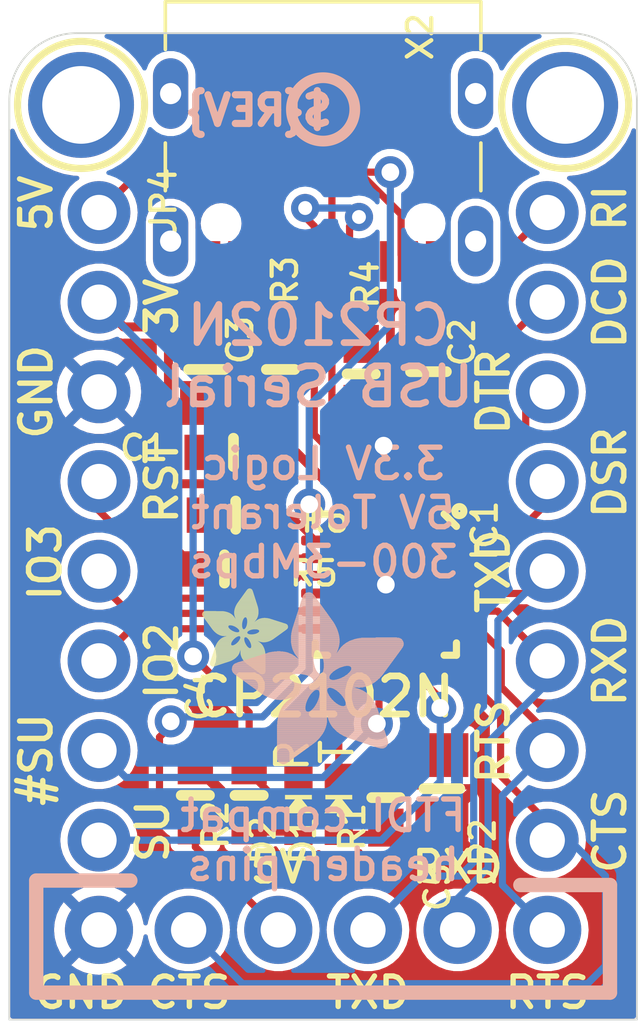
<source format=kicad_pcb>
(kicad_pcb (version 20221018) (generator pcbnew)
  (layers (0 "F.Cu" signal) (31 "B.Cu" signal) (34 "B.Paste" user) (35 "F.Paste" user) (36 "B.SilkS" user "B.Silkscreen") (37 "F.SilkS" user "F.Silkscreen") (38 "B.Mask" user) (39 "F.Mask" user) (44 "Edge.Cuts" user))
  (net 0 "")
  (net 1 "GND")
  (net 2 "VBUS")
  (net 3 "3.3V")
  (net 4 "N$1")
  (net 5 "N$5")
  (net 6 "N$6")
  (net 7 "N$7")
  (net 8 "RXD")
  (net 9 "TXD")
  (net 10 "CTS")
  (net 11 "RTS")
  (net 12 "GPIO2")
  (net 13 "GPIO3")
  (net 14 "RI")
  (net 15 "DCD")
  (net 16 "DTR")
  (net 17 "DSR")
  (net 18 "SUSP")
  (net 19 "#SUSP")
  (net 20 "RST")
  (net 21 "D+")
  (net 22 "D-")
  (net 23 "CC1")
  (net 24 "CC2")
  (net 25 "VBUS_DETECT")
  (net 26 "N$2")
  (footprint "working:USB_C_CUSB31-CFM2AX-01-X" (layer "F.Cu") (at 148.5011 93.9546 180)
    (fp_text reference "X2" (at -2.75 3.56 90) (layer "F.SilkS") (effects (font (size 0.692831 0.692831) (thickness 0.119969)) (justify right)))
    (fp_text value "")
    (pad "" np_thru_hole circle (at -2.89 -2.47 180) (size 0.65 0.65) (drill 0.65) (layers "*.Cu" "*.Mask"))
    (pad "" np_thru_hole circle (at 2.89 -2.47 180) (size 0.65 0.65) (drill 0.65) (layers "*.Cu" "*.Mask"))
    (pad "A1B12" smd rect (at -3.2 -3.545 180) (size 0.575 1.15) (layers "F.Cu" "F.Paste" "F.Mask") (net 1 "GND"))
    (pad "A4B9" smd rect (at -2.4 -3.545 180) (size 0.575 1.15) (layers "F.Cu" "F.Paste" "F.Mask") (net 2 "VBUS"))
    (pad "A5" smd rect (at -1.25 -3.545 180) (size 0.275 1.15) (layers "F.Cu" "F.Paste" "F.Mask") (net 23 "CC1"))
    (pad "A6" smd rect (at -0.25 -3.545 180) (size 0.275 1.15) (layers "F.Cu" "F.Paste" "F.Mask") (net 21 "D+"))
    (pad "A7" smd rect (at 0.25 -3.545 180) (size 0.275 1.15) (layers "F.Cu" "F.Paste" "F.Mask") (net 22 "D-"))
    (pad "A8" smd rect (at 1.25 -3.545 180) (size 0.275 1.15) (layers "F.Cu" "F.Paste" "F.Mask"))
    (pad "B1A12" smd rect (at 3.2 -3.545 180) (size 0.575 1.15) (layers "F.Cu" "F.Paste" "F.Mask") (net 1 "GND"))
    (pad "B4A9" smd rect (at 2.4 -3.545 180) (size 0.575 1.15) (layers "F.Cu" "F.Paste" "F.Mask") (net 2 "VBUS"))
    (pad "B5" smd rect (at 1.75 -3.545 180) (size 0.275 1.15) (layers "F.Cu" "F.Paste" "F.Mask") (net 24 "CC2"))
    (pad "B6" smd rect (at 0.75 -3.545 180) (size 0.275 1.15) (layers "F.Cu" "F.Paste" "F.Mask") (net 21 "D+"))
    (pad "B7" smd rect (at -0.75 -3.545 180) (size 0.275 1.15) (layers "F.Cu" "F.Paste" "F.Mask") (net 22 "D-"))
    (pad "B8" smd rect (at -1.75 -3.545 180) (size 0.275 1.15) (layers "F.Cu" "F.Paste" "F.Mask"))
    (pad "M1" thru_hole oval (at -4.32 -2.97 270) (size 2 1) (drill 0.6) (layers "*.Cu" "*.Mask"))
    (pad "M2" thru_hole oval (at 4.32 -2.97 270) (size 2 1) (drill 0.6) (layers "*.Cu" "*.Mask"))
    (pad "M3" thru_hole oval (at -4.32 1.21 270) (size 2 1) (drill 0.6) (layers "*.Cu" "*.Mask"))
    (pad "M4" thru_hole oval (at 4.32 1.21 270) (size 2 1) (drill 0.6) (layers "*.Cu" "*.Mask"))
  )
  (footprint "working:0603-NO" (layer "F.Cu") (at 146.0246 104.6861)
    (fp_text reference "R6" (at 1.778 0.127) (layer "F.SilkS") (effects (font (size 0.692831 0.692831) (thickness 0.119969)) (justify left)))
    (fp_text value "20K")
    (pad "1" smd rect (at -0.85 0) (size 1.075 1) (layers "F.Cu" "F.Paste" "F.Mask") (net 25 "VBUS_DETECT"))
    (pad "2" smd rect (at 0.85 0) (size 1.075 1) (layers "F.Cu" "F.Paste" "F.Mask") (net 2 "VBUS"))
  )
  (footprint "working:0603-NO" (layer "F.Cu") (at 145.7071 106.2101)
    (fp_text reference "R5" (at 1.778 0.127) (layer "F.SilkS") (effects (font (size 0.692831 0.692831) (thickness 0.119969)) (justify left)))
    (fp_text value "47K")
    (pad "1" smd rect (at -0.85 0) (size 1.075 1) (layers "F.Cu" "F.Paste" "F.Mask") (net 1 "GND"))
    (pad "2" smd rect (at 0.85 0) (size 1.075 1) (layers "F.Cu" "F.Paste" "F.Mask") (net 25 "VBUS_DETECT"))
  )
  (footprint "working:0603-NO" (layer "F.Cu") (at 146.4056 112.6236 90)
    (fp_text reference "R2" (at -1.5875 -0.9525 90) (layer "F.SilkS") (effects (font (size 0.692831 0.692831) (thickness 0.119969)) (justify left)))
    (fp_text value "20K")
    (pad "1" smd rect (at -0.85 0 90) (size 1.075 1) (layers "F.Cu" "F.Paste" "F.Mask") (net 5 "N$5"))
    (pad "2" smd rect (at 0.85 0 90) (size 1.075 1) (layers "F.Cu" "F.Paste" "F.Mask") (net 3 "3.3V"))
  )
  (footprint "working:CHIPLED_0603_NOOUTLINE" (layer "F.Cu") (at 147.8026 112.8776)
    (fp_text reference "D2" (at -1.016 1.778 90) (layer "F.SilkS") (effects (font (size 0.692831 0.692831) (thickness 0.119969)) (justify left)))
    (fp_text value "GREEN")
    (pad "A" smd rect (at 0 0.75) (size 0.8 0.8) (layers "F.Cu" "F.Paste" "F.Mask") (net 5 "N$5"))
    (pad "C" smd rect (at 0 -0.75) (size 0.8 0.8) (layers "F.Cu" "F.Paste" "F.Mask") (net 7 "N$7"))
  )
  (footprint "working:0805-NO" (layer "F.Cu") (at 151.4856 100.6221 -90)
    (fp_text reference "C2" (at -1.5875 -0.9525 90) (layer "F.SilkS") (effects (font (size 0.692831 0.692831) (thickness 0.119969)) (justify right)))
    (fp_text value "10uF")
    (pad "1" smd rect (at -0.95 0 270) (size 1.24 1.5) (layers "F.Cu" "F.Paste" "F.Mask") (net 2 "VBUS"))
    (pad "2" smd rect (at 0.95 0 270) (size 1.24 1.5) (layers "F.Cu" "F.Paste" "F.Mask") (net 1 "GND"))
  )
  (footprint "working:0603-NO" (layer "F.Cu") (at 149.5806 100.6856 90)
    (fp_text reference "R4" (at 1.778 0.127 90) (layer "F.SilkS") (effects (font (size 0.692831 0.692831) (thickness 0.119969)) (justify left)))
    (fp_text value "5.1K")
    (pad "1" smd rect (at -0.85 0 90) (size 1.075 1) (layers "F.Cu" "F.Paste" "F.Mask") (net 1 "GND"))
    (pad "2" smd rect (at 0.85 0 90) (size 1.075 1) (layers "F.Cu" "F.Paste" "F.Mask") (net 23 "CC1"))
  )
  (footprint "working:MOUNTINGHOLE_2.0_PLATED" (layer "F.Cu") (at 141.6431 93.0656)
    (fp_text reference "U$19" hide)
    (fp_text value "MOUNTINGHOLE2.0" hide)
    (pad "P$1" thru_hole circle (at 0 0) (size 3 3) (drill 2.2) (layers "*.Cu" "*.Mask"))
    (zone (net 0) (net_name "") (layer "F.Cu") (connect_pads (clearance 0)) (min_thickness 0.25)
      (keepout (tracks not_allowed) (vias not_allowed) (pads not_allowed) (copperpour not_allowed) (footprints allowed))
      (fill (thermal_gap 0.5) (thermal_bridge_width 0.5))
      (polygon (pts (xy 143.6591 93.0656) (xy 143.63948 92.785027) (xy 143.581004 92.509915) (xy 143.484808 92.245619) (xy 143.352765 91.997283) (xy 143.187446 91.76974) (xy 142.992067 91.56742) (xy 142.770433 91.39426) (xy 142.526856 91.253631) (xy 142.266078 91.14827) (xy 141.993175 91.080228) (xy 141.713457 91.050828) (xy 141.432371 91.060644) (xy 141.155385 91.109484) (xy 140.887893 91.196397) (xy 140.6351 91.319693) (xy 140.401926 91.47697) (xy 140.192911 91.665169) (xy 140.012122 91.880625) (xy 139.863078 92.119145) (xy 139.74868 92.376087) (xy 139.671154 92.64645) (xy 139.632011 92.924971) (xy 139.632011 93.206229) (xy 139.671154 93.48475) (xy 139.74868 93.755113) (xy 139.863078 94.012055) (xy 140.012122 94.250575) (xy 140.192911 94.466031) (xy 140.401926 94.65423) (xy 140.6351 94.811507) (xy 140.887893 94.934803) (xy 141.155385 95.021716) (xy 141.432371 95.070556) (xy 141.713457 95.080372) (xy 141.993175 95.050972) (xy 142.266078 94.98293) (xy 142.526856 94.877569) (xy 142.770433 94.73694) (xy 142.992067 94.56378) (xy 143.187446 94.36146) (xy 143.352765 94.133917) (xy 143.484808 93.885581) (xy 143.581004 93.621285) (xy 143.63948 93.346173)))
      (polygon (pts (xy 141.6271 93.0656) (xy 141.631786 93.076914) (xy 141.6431 93.0816) (xy 141.654414 93.076914) (xy 141.6591 93.0656) (xy 141.654414 93.054286) (xy 141.6431 93.0496) (xy 141.631786 93.054286)))
    )
    (zone (net 0) (net_name "") (layer "B.Cu") (connect_pads (clearance 0)) (min_thickness 0.25)
      (keepout (tracks not_allowed) (vias not_allowed) (pads not_allowed) (copperpour not_allowed) (footprints allowed))
      (fill (thermal_gap 0.5) (thermal_bridge_width 0.5))
      (polygon (pts (xy 143.6591 93.0656) (xy 143.63948 92.785027) (xy 143.581004 92.509915) (xy 143.484808 92.245619) (xy 143.352765 91.997283) (xy 143.187446 91.76974) (xy 142.992067 91.56742) (xy 142.770433 91.39426) (xy 142.526856 91.253631) (xy 142.266078 91.14827) (xy 141.993175 91.080228) (xy 141.713457 91.050828) (xy 141.432371 91.060644) (xy 141.155385 91.109484) (xy 140.887893 91.196397) (xy 140.6351 91.319693) (xy 140.401926 91.47697) (xy 140.192911 91.665169) (xy 140.012122 91.880625) (xy 139.863078 92.119145) (xy 139.74868 92.376087) (xy 139.671154 92.64645) (xy 139.632011 92.924971) (xy 139.632011 93.206229) (xy 139.671154 93.48475) (xy 139.74868 93.755113) (xy 139.863078 94.012055) (xy 140.012122 94.250575) (xy 140.192911 94.466031) (xy 140.401926 94.65423) (xy 140.6351 94.811507) (xy 140.887893 94.934803) (xy 141.155385 95.021716) (xy 141.432371 95.070556) (xy 141.713457 95.080372) (xy 141.993175 95.050972) (xy 142.266078 94.98293) (xy 142.526856 94.877569) (xy 142.770433 94.73694) (xy 142.992067 94.56378) (xy 143.187446 94.36146) (xy 143.352765 94.133917) (xy 143.484808 93.885581) (xy 143.581004 93.621285) (xy 143.63948 93.346173)))
      (polygon (pts (xy 141.6271 93.0656) (xy 141.631786 93.076914) (xy 141.6431 93.0816) (xy 141.654414 93.076914) (xy 141.6591 93.0656) (xy 141.654414 93.054286) (xy 141.6431 93.0496) (xy 141.631786 93.054286)))
    )
  )
  (footprint "working:1X06_ROUND_76" (layer "F.Cu") (at 148.5011 116.4336)
    (fp_text reference "JP1" hide)
    (fp_text value "FTDI")
    (pad "1" thru_hole circle (at -6.35 0 90) (size 1.9304 1.9304) (drill 1) (layers "*.Cu" "*.Mask") (net 1 "GND"))
    (pad "2" thru_hole circle (at -3.81 0 90) (size 1.9304 1.9304) (drill 1) (layers "*.Cu" "*.Mask") (net 10 "CTS"))
    (pad "3" thru_hole circle (at -1.27 0 90) (size 1.9304 1.9304) (drill 1) (layers "*.Cu" "*.Mask") (net 2 "VBUS"))
    (pad "4" thru_hole circle (at 1.27 0 90) (size 1.9304 1.9304) (drill 1) (layers "*.Cu" "*.Mask") (net 9 "TXD"))
    (pad "5" thru_hole circle (at 3.81 0 90) (size 1.9304 1.9304) (drill 1) (layers "*.Cu" "*.Mask") (net 8 "RXD"))
    (pad "6" thru_hole circle (at 6.35 0 90) (size 1.9304 1.9304) (drill 1) (layers "*.Cu" "*.Mask") (net 11 "RTS"))
  )
  (footprint "working:CHIPLED_0603_NOOUTLINE" (layer "F.Cu") (at 148.9456 112.8776)
    (fp_text reference "D1" (at -1.016 1.778 90) (layer "F.SilkS") (effects (font (size 0.692831 0.692831) (thickness 0.119969)) (justify left)))
    (fp_text value "RED")
    (pad "A" smd rect (at 0 0.75) (size 0.8 0.8) (layers "F.Cu" "F.Paste" "F.Mask") (net 4 "N$1"))
    (pad "C" smd rect (at 0 -0.75) (size 0.8 0.8) (layers "F.Cu" "F.Paste" "F.Mask") (net 6 "N$6"))
  )
  (footprint "working:0603-NO" (layer "F.Cu") (at 150.2791 112.6871 90)
    (fp_text reference "R1" (at -1.5875 -0.9525 90) (layer "F.SilkS") (effects (font (size 0.692831 0.692831) (thickness 0.119969)) (justify left)))
    (fp_text value "20K")
    (pad "1" smd rect (at -0.85 0 90) (size 1.075 1) (layers "F.Cu" "F.Paste" "F.Mask") (net 4 "N$1"))
    (pad "2" smd rect (at 0.85 0 90) (size 1.075 1) (layers "F.Cu" "F.Paste" "F.Mask") (net 3 "3.3V"))
  )
  (footprint "working:0603-NO" (layer "F.Cu") (at 145.9611 102.9081 180)
    (fp_text reference "C1" (at 1.778 0.127) (layer "F.SilkS") (effects (font (size 0.692831 0.692831) (thickness 0.119969)) (justify right)))
    (fp_text value "0.1uF")
    (pad "1" smd rect (at -0.85 0 180) (size 1.075 1) (layers "F.Cu" "F.Paste" "F.Mask") (net 3 "3.3V"))
    (pad "2" smd rect (at 0.85 0 180) (size 1.075 1) (layers "F.Cu" "F.Paste" "F.Mask") (net 1 "GND"))
  )
  (footprint "working:QFN24_4MM_SMSC" (layer "F.Cu") (at 150.2791 106.6546 -90)
    (fp_text reference "IC1" (at -2.45 -2.8 90) (layer "F.SilkS") (effects (font (size 0.692831 0.692831) (thickness 0.119969)) (justify right)))
    (fp_text value "CP2102N-24")
    (pad "1" smd roundrect (at -2 -1.25 90) (size 0.8 0.28) (layers "F.Cu" "F.Paste" "F.Mask") (net 14 "RI"))
    (pad "2" smd roundrect (at -2 -0.75 90) (size 0.8 0.28) (layers "F.Cu" "F.Paste" "F.Mask") (net 1 "GND"))
    (pad "3" smd roundrect (at -2 -0.25 90) (size 0.8 0.28) (layers "F.Cu" "F.Paste" "F.Mask") (net 21 "D+"))
    (pad "4" smd roundrect (at -2 0.25 90) (size 0.8 0.28) (layers "F.Cu" "F.Paste" "F.Mask") (net 22 "D-"))
    (pad "5" smd roundrect (at -2 0.75 90) (size 0.8 0.28) (layers "F.Cu" "F.Paste" "F.Mask") (net 3 "3.3V"))
    (pad "6" smd roundrect (at -2 1.25 90) (size 0.8 0.28) (layers "F.Cu" "F.Paste" "F.Mask") (net 3 "3.3V"))
    (pad "7" smd roundrect (at -1.25 2) (size 0.8 0.28) (layers "F.Cu" "F.Paste" "F.Mask") (net 2 "VBUS"))
    (pad "8" smd roundrect (at -0.75 2) (size 0.8 0.28) (layers "F.Cu" "F.Paste" "F.Mask") (net 25 "VBUS_DETECT"))
    (pad "9" smd roundrect (at -0.25 2) (size 0.8 0.28) (layers "F.Cu" "F.Paste" "F.Mask") (net 20 "RST"))
    (pad "10" smd roundrect (at 0.25 2) (size 0.8 0.28) (layers "F.Cu" "F.Paste" "F.Mask"))
    (pad "11" smd roundrect (at 0.75 2) (size 0.8 0.28) (layers "F.Cu" "F.Paste" "F.Mask") (net 13 "GPIO3"))
    (pad "12" smd roundrect (at 1.25 2) (size 0.8 0.28) (layers "F.Cu" "F.Paste" "F.Mask") (net 12 "GPIO2"))
    (pad "13" smd roundrect (at 2 1.25 270) (size 0.8 0.28) (layers "F.Cu" "F.Paste" "F.Mask") (net 7 "N$7"))
    (pad "14" smd roundrect (at 2 0.75 270) (size 0.8 0.28) (layers "F.Cu" "F.Paste" "F.Mask") (net 6 "N$6"))
    (pad "15" smd roundrect (at 2 0.25 270) (size 0.8 0.28) (layers "F.Cu" "F.Paste" "F.Mask") (net 19 "#SUSP"))
    (pad "16" smd roundrect (at 2 -0.25 270) (size 0.8 0.28) (layers "F.Cu" "F.Paste" "F.Mask") (net 26 "N$2"))
    (pad "17" smd roundrect (at 2 -0.75 270) (size 0.8 0.28) (layers "F.Cu" "F.Paste" "F.Mask") (net 18 "SUSP"))
    (pad "18" smd roundrect (at 2 -1.25 270) (size 0.8 0.28) (layers "F.Cu" "F.Paste" "F.Mask") (net 10 "CTS"))
    (pad "19" smd roundrect (at 1.25 -2 180) (size 0.8 0.28) (layers "F.Cu" "F.Paste" "F.Mask") (net 11 "RTS"))
    (pad "20" smd roundrect (at 0.75 -2 180) (size 0.8 0.28) (layers "F.Cu" "F.Paste" "F.Mask") (net 8 "RXD"))
    (pad "21" smd roundrect (at 0.25 -2 180) (size 0.8 0.28) (layers "F.Cu" "F.Paste" "F.Mask") (net 9 "TXD"))
    (pad "22" smd roundrect (at -0.25 -2 180) (size 0.8 0.28) (layers "F.Cu" "F.Paste" "F.Mask") (net 17 "DSR"))
    (pad "23" smd roundrect (at -0.75 -2 180) (size 0.8 0.28) (layers "F.Cu" "F.Paste" "F.Mask") (net 16 "DTR"))
    (pad "24" smd roundrect (at -1.25 -2 180) (size 0.8 0.28) (layers "F.Cu" "F.Paste" "F.Mask") (net 15 "DCD"))
    (pad "THERM" smd rect (at 0 0 270) (size 2.5 2.5) (layers "F.Cu" "F.Mask") (net 1 "GND"))
  )
  (footprint "working:FIDUCIAL_1MM" (layer "F.Cu") (at 151.6126 103.2256)
    (fp_text reference "FID2" hide)
    (fp_text value "FIDUCIAL_1MM" hide)
    (pad "1" smd roundrect (at 0 0) (size 1 1) (layers "F.Cu" "F.Mask") (roundrect_rratio 0.5))
  )
  (footprint "working:0603-NO" (layer "F.Cu") (at 144.8816 112.6236 90)
    (fp_text reference "C4" (at 2.032 0.127 90) (layer "F.SilkS") (effects (font (size 0.692831 0.692831) (thickness 0.119969)) (justify left)))
    (fp_text value "0.1uF")
    (pad "1" smd rect (at -0.85 0 90) (size 1.075 1) (layers "F.Cu" "F.Paste" "F.Mask") (net 2 "VBUS"))
    (pad "2" smd rect (at 0.85 0 90) (size 1.075 1) (layers "F.Cu" "F.Paste" "F.Mask") (net 1 "GND"))
  )
  (footprint "working:ADAFRUIT_2.5MM" (layer "F.Cu") (at 145.0721 109.1946)
    (fp_text reference "U$8" hide)
    (fp_text value "" hide)
  )
  (footprint "working:MOUNTINGHOLE_2.0_PLATED" (layer "F.Cu") (at 155.3591 93.0656)
    (fp_text reference "U$18" hide)
    (fp_text value "MOUNTINGHOLE2.0" hide)
    (pad "P$1" thru_hole circle (at 0 0) (size 3 3) (drill 2.2) (layers "*.Cu" "*.Mask"))
    (zone (net 0) (net_name "") (layer "F.Cu") (connect_pads (clearance 0)) (min_thickness 0.25)
      (keepout (tracks not_allowed) (vias not_allowed) (pads not_allowed) (copperpour not_allowed) (footprints allowed))
      (fill (thermal_gap 0.5) (thermal_bridge_width 0.5))
      (polygon (pts (xy 157.3751 93.0656) (xy 157.35548 92.785027) (xy 157.297004 92.509915) (xy 157.200808 92.245619) (xy 157.068765 91.997283) (xy 156.903446 91.76974) (xy 156.708067 91.56742) (xy 156.486433 91.39426) (xy 156.242856 91.253631) (xy 155.982078 91.14827) (xy 155.709175 91.080228) (xy 155.429457 91.050828) (xy 155.148371 91.060644) (xy 154.871385 91.109484) (xy 154.603893 91.196397) (xy 154.3511 91.319693) (xy 154.117926 91.47697) (xy 153.908911 91.665169) (xy 153.728122 91.880625) (xy 153.579078 92.119145) (xy 153.46468 92.376087) (xy 153.387154 92.64645) (xy 153.348011 92.924971) (xy 153.348011 93.206229) (xy 153.387154 93.48475) (xy 153.46468 93.755113) (xy 153.579078 94.012055) (xy 153.728122 94.250575) (xy 153.908911 94.466031) (xy 154.117926 94.65423) (xy 154.3511 94.811507) (xy 154.603893 94.934803) (xy 154.871385 95.021716) (xy 155.148371 95.070556) (xy 155.429457 95.080372) (xy 155.709175 95.050972) (xy 155.982078 94.98293) (xy 156.242856 94.877569) (xy 156.486433 94.73694) (xy 156.708067 94.56378) (xy 156.903446 94.36146) (xy 157.068765 94.133917) (xy 157.200808 93.885581) (xy 157.297004 93.621285) (xy 157.35548 93.346173)))
      (polygon (pts (xy 155.3431 93.0656) (xy 155.347786 93.076914) (xy 155.3591 93.0816) (xy 155.370414 93.076914) (xy 155.3751 93.0656) (xy 155.370414 93.054286) (xy 155.3591 93.0496) (xy 155.347786 93.054286)))
    )
    (zone (net 0) (net_name "") (layer "B.Cu") (connect_pads (clearance 0)) (min_thickness 0.25)
      (keepout (tracks not_allowed) (vias not_allowed) (pads not_allowed) (copperpour not_allowed) (footprints allowed))
      (fill (thermal_gap 0.5) (thermal_bridge_width 0.5))
      (polygon (pts (xy 157.3751 93.0656) (xy 157.35548 92.785027) (xy 157.297004 92.509915) (xy 157.200808 92.245619) (xy 157.068765 91.997283) (xy 156.903446 91.76974) (xy 156.708067 91.56742) (xy 156.486433 91.39426) (xy 156.242856 91.253631) (xy 155.982078 91.14827) (xy 155.709175 91.080228) (xy 155.429457 91.050828) (xy 155.148371 91.060644) (xy 154.871385 91.109484) (xy 154.603893 91.196397) (xy 154.3511 91.319693) (xy 154.117926 91.47697) (xy 153.908911 91.665169) (xy 153.728122 91.880625) (xy 153.579078 92.119145) (xy 153.46468 92.376087) (xy 153.387154 92.64645) (xy 153.348011 92.924971) (xy 153.348011 93.206229) (xy 153.387154 93.48475) (xy 153.46468 93.755113) (xy 153.579078 94.012055) (xy 153.728122 94.250575) (xy 153.908911 94.466031) (xy 154.117926 94.65423) (xy 154.3511 94.811507) (xy 154.603893 94.934803) (xy 154.871385 95.021716) (xy 155.148371 95.070556) (xy 155.429457 95.080372) (xy 155.709175 95.050972) (xy 155.982078 94.98293) (xy 156.242856 94.877569) (xy 156.486433 94.73694) (xy 156.708067 94.56378) (xy 156.903446 94.36146) (xy 157.068765 94.133917) (xy 157.200808 93.885581) (xy 157.297004 93.621285) (xy 157.35548 93.346173)))
      (polygon (pts (xy 155.3431 93.0656) (xy 155.347786 93.076914) (xy 155.3591 93.0816) (xy 155.370414 93.076914) (xy 155.3751 93.0656) (xy 155.370414 93.054286) (xy 155.3591 93.0496) (xy 155.347786 93.054286)))
    )
  )
  (footprint "working:1X08_ROUND_70" (layer "F.Cu") (at 142.1511 105.0036 -90)
    (fp_text reference "JP4" (at -10.2362 -1.8288 90) (layer "F.SilkS") (effects (font (size 0.692831 0.692831) (thickness 0.119969)) (justify right)))
    (fp_text value "Control")
    (pad "1" thru_hole circle (at -8.89 0) (size 1.778 1.778) (drill 1) (layers "*.Cu" "*.Mask") (net 2 "VBUS"))
    (pad "2" thru_hole circle (at -6.35 0) (size 1.778 1.778) (drill 1) (layers "*.Cu" "*.Mask") (net 3 "3.3V"))
    (pad "3" thru_hole circle (at -3.81 0) (size 1.778 1.778) (drill 1) (layers "*.Cu" "*.Mask") (net 1 "GND"))
    (pad "4" thru_hole circle (at -1.27 0) (size 1.778 1.778) (drill 1) (layers "*.Cu" "*.Mask") (net 20 "RST"))
    (pad "5" thru_hole circle (at 1.27 0) (size 1.778 1.778) (drill 1) (layers "*.Cu" "*.Mask") (net 13 "GPIO3"))
    (pad "6" thru_hole circle (at 3.81 0) (size 1.778 1.778) (drill 1) (layers "*.Cu" "*.Mask") (net 12 "GPIO2"))
    (pad "7" thru_hole circle (at 6.35 0) (size 1.778 1.778) (drill 1) (layers "*.Cu" "*.Mask") (net 19 "#SUSP"))
    (pad "8" thru_hole circle (at 8.89 0) (size 1.778 1.778) (drill 1) (layers "*.Cu" "*.Mask") (net 18 "SUSP"))
  )
  (footprint "working:0805-NO" (layer "F.Cu") (at 151.8666 112.4331 -90)
    (fp_text reference "C5" (at 2.032 0.127 90) (layer "F.SilkS") (effects (font (size 0.692831 0.692831) (thickness 0.119969)) (justify right)))
    (fp_text value "10uF")
    (pad "1" smd rect (at -0.95 0 270) (size 1.24 1.5) (layers "F.Cu" "F.Paste" "F.Mask") (net 26 "N$2"))
    (pad "2" smd rect (at 0.95 0 270) (size 1.24 1.5) (layers "F.Cu" "F.Paste" "F.Mask") (net 1 "GND"))
  )
  (footprint "working:0603-NO" (layer "F.Cu") (at 147.2946 100.5586 90)
    (fp_text reference "R3" (at 1.778 0.127 90) (layer "F.SilkS") (effects (font (size 0.692831 0.692831) (thickness 0.119969)) (justify left)))
    (fp_text value "5.1K")
    (pad "1" smd rect (at -0.85 0 90) (size 1.075 1) (layers "F.Cu" "F.Paste" "F.Mask") (net 1 "GND"))
    (pad "2" smd rect (at 0.85 0 90) (size 1.075 1) (layers "F.Cu" "F.Paste" "F.Mask") (net 24 "CC2"))
  )
  (footprint "working:1X08_ROUND_70" (layer "F.Cu") (at 154.8511 105.0036 90)
    (fp_text reference "JP2" (at -10.2362 -1.8288 90) (layer "F.SilkS") (effects (font (size 0.692831 0.692831) (thickness 0.119969)) (justify left)))
    (fp_text value "Modem")
    (pad "1" thru_hole circle (at -8.89 0 180) (size 1.778 1.778) (drill 1) (layers "*.Cu" "*.Mask") (net 10 "CTS"))
    (pad "2" thru_hole circle (at -6.35 0 180) (size 1.778 1.778) (drill 1) (layers "*.Cu" "*.Mask") (net 11 "RTS"))
    (pad "3" thru_hole circle (at -3.81 0 180) (size 1.778 1.778) (drill 1) (layers "*.Cu" "*.Mask") (net 8 "RXD"))
    (pad "4" thru_hole circle (at -1.27 0 180) (size 1.778 1.778) (drill 1) (layers "*.Cu" "*.Mask") (net 9 "TXD"))
    (pad "5" thru_hole circle (at 1.27 0 180) (size 1.778 1.778) (drill 1) (layers "*.Cu" "*.Mask") (net 17 "DSR"))
    (pad "6" thru_hole circle (at 3.81 0 180) (size 1.778 1.778) (drill 1) (layers "*.Cu" "*.Mask") (net 16 "DTR"))
    (pad "7" thru_hole circle (at 6.35 0 180) (size 1.778 1.778) (drill 1) (layers "*.Cu" "*.Mask") (net 15 "DCD"))
    (pad "8" thru_hole circle (at 8.89 0 180) (size 1.778 1.778) (drill 1) (layers "*.Cu" "*.Mask") (net 14 "RI"))
  )
  (footprint "working:FIDUCIAL_1MM" (layer "F.Cu") (at 140.5001 115.0366)
    (fp_text reference "FID1" hide)
    (fp_text value "FIDUCIAL_1MM" hide)
    (pad "1" smd roundrect (at 0 0) (size 1 1) (layers "F.Cu" "F.Mask") (roundrect_rratio 0.5))
  )
  (footprint "working:0805-NO" (layer "F.Cu") (at 145.1991 100.5586 -90)
    (fp_text reference "C3" (at -1.5875 -0.9525 90) (layer "F.SilkS") (effects (font (size 0.692831 0.692831) (thickness 0.119969)) (justify right)))
    (fp_text value "10uF")
    (pad "1" smd rect (at -0.95 0 270) (size 1.24 1.5) (layers "F.Cu" "F.Paste" "F.Mask") (net 3 "3.3V"))
    (pad "2" smd rect (at 0.95 0 270) (size 1.24 1.5) (layers "F.Cu" "F.Paste" "F.Mask") (net 1 "GND"))
  )
  (footprint "working:PCBFEAT-REV-040" (layer "B.Cu") (at 148.5011 93.1926 180)
    (fp_text reference "U$17" hide)
    (fp_text value "" hide)
    (fp_text user "${REV}" (at -0.3556 -0.508) (layer "B.SilkS") (effects (font (size 0.8128 0.8128) (thickness 0.2032)) (justify left bottom mirror)))
  )
  (footprint "working:ADAFRUIT_5MM" (layer "B.Cu") (at 150.7871 111.7346 180)
    (fp_text reference "U$22" hide)
    (fp_text value "" hide)
  )
  (gr_line (start 143.0401 115.0366) (end 140.3731 115.0366) (stroke (width 0.4064)) (layer "B.SilkS"))
  (gr_line (start 140.3731 115.0366) (end 140.3731 118.2116) (stroke (width 0.4064)) (layer "B.SilkS"))
  (gr_line (start 140.3731 118.2116) (end 156.6291 118.2116) (stroke (width 0.4064)) (layer "B.SilkS"))
  (gr_line (start 156.6291 118.2116) (end 156.6291 115.1636) (stroke (width 0.4064)) (layer "B.SilkS"))
  (gr_line (start 156.6291 115.1636) (end 154.0891 115.1636) (stroke (width 0.4064)) (layer "B.SilkS"))
  (gr_line (start 157.3911 118.9736) (end 139.6111 118.9736) (stroke (width 0.05)) (layer "Edge.Cuts"))
  (gr_line (start 139.6111 118.9736) (end 139.6111 92.9386) (stroke (width 0.05)) (layer "Edge.Cuts"))
  (gr_arc (start 155.4861 91.0336) (mid 156.833138 91.591562) (end 157.3911 92.9386) (stroke (width 0.05)) (layer "Edge.Cuts"))
  (gr_line (start 141.5161 91.0336) (end 155.4861 91.0336) (stroke (width 0.05)) (layer "Edge.Cuts"))
  (gr_arc (start 139.6111 92.9386) (mid 140.169062 91.591562) (end 141.5161 91.0336) (stroke (width 0.05)) (layer "Edge.Cuts"))
  (gr_line (start 157.3911 92.9386) (end 157.3911 118.9736) (stroke (width 0.05)) (layer "Edge.Cuts"))
  (gr_text "CP2102N\nUSB Serial" (at 148.3741 100.1776) (layer "B.SilkS") (effects (font (size 1.0795 1.0795) (thickness 0.1905)) (justify mirror)))
  (gr_text "3.3V Logic\n5V Tolerant\n300-3Mbps" (at 148.5011 104.6226) (layer "B.SilkS") (effects (font (size 0.8636 0.8636) (thickness 0.1524)) (justify mirror)))
  (gr_text "FTDI compat\nheader pins" (at 148.5011 113.8936) (layer "B.SilkS") (effects (font (size 0.8636 0.8636) (thickness 0.1524)) (justify mirror)))
  (gr_text "DCD" (at 156.6291 98.6536 90) (layer "F.SilkS") (effects (font (size 0.8636 0.8636) (thickness 0.1524))))
  (gr_text "RXD" (at 152.3111 114.6556) (layer "F.SilkS") (effects (font (size 0.8636 0.8636) (thickness 0.1524))))
  (gr_text "RTS" (at 154.8511 118.2116) (layer "F.SilkS") (effects (font (size 0.8636 0.8636) (thickness 0.1524))))
  (gr_text "TXD" (at 149.7711 118.2116) (layer "F.SilkS") (effects (font (size 0.8636 0.8636) (thickness 0.1524))))
  (gr_text "5V" (at 140.3731 95.8596 90) (layer "F.SilkS") (effects (font (size 0.8636 0.8636) (thickness 0.1524))))
  (gr_text "IO3" (at 140.6271 106.0196 90) (layer "F.SilkS") (effects (font (size 0.8636 0.8636) (thickness 0.1524))))
  (gr_text "SU" (at 143.6751 113.6396 90) (layer "F.SilkS") (effects (font (size 0.8636 0.8636) (thickness 0.1524))))
  (gr_text "GND" (at 140.3731 101.1936 90) (layer "F.SilkS") (effects (font (size 0.8636 0.8636) (thickness 0.1524))))
  (gr_text "TXD" (at 153.3271 106.2736 90) (layer "F.SilkS") (effects (font (size 0.8636 0.8636) (thickness 0.1524))))
  (gr_text "CTS" (at 156.6291 113.6396 90) (layer "F.SilkS") (effects (font (size 0.8636 0.8636) (thickness 0.1524))))
  (gr_text "RTS" (at 153.3271 111.0996 90) (layer "F.SilkS") (effects (font (size 0.8636 0.8636) (thickness 0.1524))))
  (gr_text "GND" (at 141.6431 118.2116) (layer "F.SilkS") (effects (font (size 0.8636 0.8636) (thickness 0.1524))))
  (gr_text "RI" (at 156.6291 95.9866 90) (layer "F.SilkS") (effects (font (size 0.8636 0.8636) (thickness 0.1524))))
  (gr_text "DSR" (at 156.6291 103.4796 90) (layer "F.SilkS") (effects (font (size 0.8636 0.8636) (thickness 0.1524))))
  (gr_text "T" (at 148.3741 110.9726 90) (layer "F.SilkS") (effects (font (size 0.89408 0.89408) (thickness 0.12192)) (justify right top)))
  (gr_text "IO2" (at 143.9291 108.8136 90) (layer "F.SilkS") (effects (font (size 0.8636 0.8636) (thickness 0.1524))))
  (gr_text "CTS" (at 144.6911 118.2116) (layer "F.SilkS") (effects (font (size 0.8636 0.8636) (thickness 0.1524))))
  (gr_text "5V" (at 147.2311 114.6556) (layer "F.SilkS") (effects (font (size 0.8636 0.8636) (thickness 0.1524))))
  (gr_text "3V" (at 143.9291 98.7806 90) (layer "F.SilkS") (effects (font (size 0.8636 0.8636) (thickness 0.1524))))
  (gr_text "R" (at 147.1041 110.9726 90) (layer "F.SilkS") (effects (font (size 0.89408 0.89408) (thickness 0.12192)) (justify right top)))
  (gr_text "#SU" (at 140.3731 111.6076 90) (layer "F.SilkS") (effects (font (size 0.8636 0.8636) (thickness 0.1524))))
  (gr_text "RXD" (at 156.6291 108.8136 90) (layer "F.SilkS") (effects (font (size 0.8636 0.8636) (thickness 0.1524))))
  (gr_text "CP2102N" (at 148.5011 109.8296) (layer "F.SilkS") (effects (font (size 1.0795 1.0795) (thickness 0.1905))))
  (gr_text "DTR" (at 153.3271 101.1936 90) (layer "F.SilkS") (effects (font (size 0.8636 0.8636) (thickness 0.1524))))
  (gr_text "RST" (at 143.9291 103.7336 90) (layer "F.SilkS") (effects (font (size 0.8636 0.8636) (thickness 0.1524))))
  (segment (start 151.7011 97.4996) (end 151.7011 97.7896) (width 0.3048) (layer "F.Cu") (net 1))
  (segment (start 152.3397 101.5721) (end 151.4856 101.5721) (width 0.3048) (layer "F.Cu") (net 1))
  (segment (start 151.7011 97.7896) (end 152.6547 98.7432) (width 0.3048) (layer "F.Cu") (net 1))
  (segment (start 151.0291 104.6546) (end 151.0291 105.9046) (width 0.254) (layer "F.Cu") (net 1))
  (segment (start 152.6547 98.7432) (end 152.6547 101.2571) (width 0.3048) (layer "F.Cu") (net 1))
  (segment (start 152.6547 101.2571) (end 152.3397 101.5721) (width 0.3048) (layer "F.Cu") (net 1))
  (segment (start 145.3011 98.4044) (end 145.4634 98.4044) (width 0.254) (layer "F.Cu") (net 1))
  (segment (start 151.0291 105.9046) (end 150.2791 106.6546) (width 0.254) (layer "F.Cu") (net 1))
  (segment (start 145.3011 97.4996) (end 145.3011 98.4044) (width 0.3048) (layer "F.Cu") (net 1))
  (via (at 150.2791 106.6546) (size 0.9064) (drill 0.5) (layers "F.Cu" "B.Cu") (net 1))
  (via (at 150.2156 102.7176) (size 0.9064) (drill 0.5) (layers "F.Cu" "B.Cu") (net 1))
  (segment (start 143.8656 110.9726) (end 143.8656 113.0681) (width 0.2032) (layer "F.Cu") (net 2))
  (segment (start 150.9011 98.3866) (end 151.4856 98.9711) (width 0.2032) (layer "F.Cu") (net 2))
  (segment (start 151.4856 98.9711) (end 151.4856 99.6721) (width 0.2032) (layer "F.Cu") (net 2))
  (segment (start 150.9011 97.4996) (end 150.9011 98.3866) (width 0.2032) (layer "F.Cu") (net 2))
  (segment (start 144.1831 110.6551) (end 143.8656 110.9726) (width 0.2032) (layer "F.Cu") (net 2))
  (segment (start 147.6816 104.8071) (end 146.9956 104.8071) (width 0.2032) (layer "F.Cu") (net 2))
  (segment (start 146.1011 96.897119) (end 146.2917 96.706519) (width 0.2032) (layer "F.Cu") (net 2))
  (segment (start 146.1011 97.4996) (end 146.1011 96.897119) (width 0.2032) (layer "F.Cu") (net 2))
  (segment (start 144.8816 113.4736) (end 144.2711 113.4736) (width 0.2032) (layer "F.Cu") (net 2))
  (segment (start 144.2711 113.4736) (end 143.8656 113.0681) (width 0.2032) (layer "F.Cu") (net 2))
  (segment (start 147.70735 104.78135) (end 147.6816 104.8071) (width 0.2032) (layer "F.Cu") (net 2))
  (segment (start 150.7105 96.164) (end 150.7105 97.309) (width 0.2032) (layer "F.Cu") (net 2))
  (segment (start 148.108387 104.380313) (end 147.70735 104.78135) (width 0.2032) (layer "F.Cu") (net 2))
  (segment (start 145.1991 94.7166) (end 149.2631 94.7166) (width 0.2032) (layer "F.Cu") (net 2))
  (segment (start 146.9956 104.8071) (end 146.8746 104.6861) (width 0.2032) (layer "F.Cu") (net 2))
  (segment (start 147.70735 104.83285) (end 147.70735 104.78135) (width 0.2032) (layer "F.Cu") (net 2))
  (segment (start 149.5171 94.9706) (end 149.2631 94.7166) (width 0.2032) (layer "F.Cu") (net 2))
  (segment (start 146.2917 95.8092) (end 145.1991 94.7166) (width 0.2032) (layer "F.Cu") (net 2))
  (segment (start 143.5481 94.7166) (end 142.1511 96.1136) (width 0.2032) (layer "F.Cu") (net 2))
  (segment (start 150.4061 94.9706) (end 149.5171 94.9706) (width 0.2032) (layer "F.Cu") (net 2))
  (segment (start 144.8816 114.0841) (end 144.8816 113.4736) (width 0.2032) (layer "F.Cu") (net 2))
  (segment (start 147.2311 116.4336) (end 144.8816 114.0841) (width 0.2032) (layer "F.Cu") (net 2))
  (segment (start 145.1991 94.7166) (end 143.5481 94.7166) (width 0.2032) (layer "F.Cu") (net 2))
  (segment (start 150.7105 97.309) (end 150.9011 97.4996) (width 0.2032) (layer "F.Cu") (net 2))
  (segment (start 144.1831 110.5281) (end 144.1831 110.6551) (width 0.2032) (layer "F.Cu") (net 2))
  (segment (start 149.5171 94.9706) (end 150.7105 96.164) (width 0.2032) (layer "F.Cu") (net 2))
  (segment (start 148.2791 105.4046) (end 147.70735 104.83285) (width 0.2032) (layer "F.Cu") (net 2))
  (segment (start 146.2917 96.706519) (end 146.2917 95.8092) (width 0.2032) (layer "F.Cu") (net 2))
  (via (at 148.108387 104.380313) (size 0.9064) (drill 0.5) (layers "F.Cu" "B.Cu") (net 2))
  (via (at 144.1831 110.5281) (size 0.9064) (drill 0.5) (layers "F.Cu" "B.Cu") (net 2))
  (via (at 150.4061 94.9706) (size 0.9064) (drill 0.5) (layers "F.Cu" "B.Cu") (net 2))
  (segment (start 150.4061 99.2886) (end 148.108387 101.586313) (width 0.2032) (layer "B.Cu") (net 2))
  (segment (start 146.7866 110.4011) (end 144.3101 110.4011) (width 0.2032) (layer "B.Cu") (net 2))
  (segment (start 148.108387 104.380313) (end 148.108387 101.586313) (width 0.2032) (layer "B.Cu") (net 2))
  (segment (start 144.1831 110.5281) (end 144.3101 110.4011) (width 0.2032) (layer "B.Cu") (net 2))
  (segment (start 150.4061 99.2886) (end 150.4061 94.9706) (width 0.2032) (layer "B.Cu") (net 2))
  (segment (start 148.108387 109.079313) (end 148.108387 104.380313) (width 0.2032) (layer "B.Cu") (net 2))
  (segment (start 148.108387 109.079313) (end 146.7866 110.4011) (width 0.2032) (layer "B.Cu") (net 2))
  (segment (start 150.2791 112.06165) (end 149.41785 112.9229) (width 0.2032) (layer "F.Cu") (net 3))
  (segment (start 149.5291 104.6546) (end 149.0291 104.6546) (width 0.254) (layer "F.Cu") (net 3))
  (segment (start 147.3581 112.9229) (end 146.4056 111.9704) (width 0.2032) (layer "F.Cu") (net 3))
  (segment (start 146.8111 103.4161) (end 146.4301 103.7971) (width 0.254) (layer "F.Cu") (net 3))
  (segment (start 143.8021 99.3546) (end 142.8521 99.3546) (width 0.254) (layer "F.Cu") (net 3))
  (segment (start 150.2791 111.8371) (end 150.2791 112.06165) (width 0.2032) (layer "F.Cu") (net 3))
  (segment (start 144.1196 103.6066) (end 144.1196 99.6086) (width 0.254) (layer "F.Cu") (net 3))
  (segment (start 142.8521 99.3546) (end 142.1511 98.6536) (width 0.254) (layer "F.Cu") (net 3))
  (segment (start 144.1196 99.6086) (end 144.1196 99.4181) (width 0.254) (layer "F.Cu") (net 3))
  (segment (start 146.4056 110.2741) (end 144.8181 108.6866) (width 0.2032) (layer "F.Cu") (net 3))
  (segment (start 145.1991 99.6086) (end 144.1196 99.6086) (width 0.254) (layer "F.Cu") (net 3))
  (segment (start 144.1196 99.4181) (end 143.8021 99.4181) (width 0.254) (layer "F.Cu") (net 3))
  (segment (start 149.0291 104.6546) (end 149.0291 104.193125) (width 0.254) (layer "F.Cu") (net 3))
  (segment (start 146.8111 102.9081) (end 146.8111 103.4161) (width 0.254) (layer "F.Cu") (net 3))
  (segment (start 146.4056 111.7736) (end 146.4056 110.2741) (width 0.2032) (layer "F.Cu") (net 3))
  (segment (start 147.3581 112.9229) (end 149.41785 112.9229) (width 0.2032) (layer "F.Cu") (net 3))
  (segment (start 146.4301 103.7971) (end 144.3101 103.7971) (width 0.254) (layer "F.Cu") (net 3))
  (segment (start 146.4056 111.7736) (end 146.4056 111.9704) (width 0.2032) (layer "F.Cu") (net 3))
  (segment (start 149.0291 104.193125) (end 147.744075 102.9081) (width 0.254) (layer "F.Cu") (net 3))
  (segment (start 144.3101 103.7971) (end 144.1196 103.6066) (width 0.254) (layer "F.Cu") (net 3))
  (segment (start 143.8021 99.4181) (end 143.8021 99.3546) (width 0.254) (layer "F.Cu") (net 3))
  (segment (start 147.744075 102.9081) (end 146.8111 102.9081) (width 0.254) (layer "F.Cu") (net 3))
  (via (at 144.8181 108.6866) (size 0.9064) (drill 0.5) (layers "F.Cu" "B.Cu") (net 3))
  (segment (start 144.8181 101.3206) (end 142.1511 98.6536) (width 0.2032) (layer "B.Cu") (net 3))
  (segment (start 144.8181 108.6866) (end 144.8181 101.3206) (width 0.2032) (layer "B.Cu") (net 3))
  (segment (start 150.0886 113.7276) (end 149.0456 113.7276) (width 0.2032) (layer "F.Cu") (net 4))
  (segment (start 150.2791 113.5371) (end 150.0886 113.7276) (width 0.2032) (layer "F.Cu") (net 4))
  (segment (start 148.9456 113.6276) (end 149.0456 113.7276) (width 0.2032) (layer "F.Cu") (net 4))
  (segment (start 147.8026 113.6276) (end 147.7661 113.6641) (width 0.2032) (layer "F.Cu") (net 5))
  (segment (start 147.7661 113.6641) (end 146.5961 113.6641) (width 0.2032) (layer "F.Cu") (net 5))
  (segment (start 146.5961 113.6641) (end 146.4056 113.4736) (width 0.2032) (layer "F.Cu") (net 5))
  (segment (start 149.5291 108.6546) (end 149.5291 109.0991) (width 0.2032) (layer "F.Cu") (net 6))
  (segment (start 149.5291 109.0991) (end 149.4656 109.1626) (width 0.2032) (layer "F.Cu") (net 6))
  (segment (start 149.4656 109.1626) (end 149.4656 109.3216) (width 0.2032) (layer "F.Cu") (net 6))
  (segment (start 149.4656 109.3216) (end 148.9456 109.8416) (width 0.2032) (layer "F.Cu") (net 6))
  (segment (start 148.9456 112.1276) (end 148.9456 109.8416) (width 0.2032) (layer "F.Cu") (net 6))
  (segment (start 149.0291 109.1111) (end 147.8026 110.3376) (width 0.2032) (layer "F.Cu") (net 7))
  (segment (start 147.8026 110.3376) (end 147.8026 112.1276) (width 0.2032) (layer "F.Cu") (net 7))
  (segment (start 149.0291 108.6546) (end 149.0291 109.1111) (width 0.2032) (layer "F.Cu") (net 7))
  (segment (start 152.2791 107.4046) (end 153.4421 107.4046) (width 0.2032) (layer "F.Cu") (net 8))
  (segment (start 153.4421 107.4046) (end 154.8511 108.8136) (width 0.2032) (layer "F.Cu") (net 8))
  (segment (start 152.3111 115.5446) (end 153.1747 114.681) (width 0.2032) (layer "B.Cu") (net 8))
  (segment (start 152.3111 116.4336) (end 152.3111 115.5446) (width 0.2032) (layer "B.Cu") (net 8))
  (segment (start 153.1747 114.681) (end 153.1747 111.125) (width 0.2032) (layer "B.Cu") (net 8))
  (segment (start 153.1747 111.125) (end 154.8511 109.4486) (width 0.2032) (layer "B.Cu") (net 8))
  (segment (start 154.8511 109.4486) (end 154.8511 108.8136) (width 0.2032) (layer "B.Cu") (net 8))
  (segment (start 154.2201 106.9046) (end 154.8511 106.2736) (width 0.2032) (layer "F.Cu") (net 9))
  (segment (start 152.2791 106.9046) (end 154.2201 106.9046) (width 0.2032) (layer "F.Cu") (net 9))
  (segment (start 152.7683 114.512663) (end 152.7683 110.956663) (width 0.2032) (layer "B.Cu") (net 9))
  (segment (start 149.7711 116.4336) (end 151.2951 114.9096) (width 0.2032) (layer "B.Cu") (net 9))
  (segment (start 151.2951 114.9096) (end 152.371362 114.9096) (width 0.2032) (layer "B.Cu") (net 9))
  (segment (start 152.7683 110.956663) (end 153.4541 110.270863) (width 0.2032) (layer "B.Cu") (net 9))
  (segment (start 152.371362 114.9096) (end 152.7683 114.512663) (width 0.2032) (layer "B.Cu") (net 9))
  (segment (start 153.4541 107.6706) (end 154.8511 106.2736) (width 0.2032) (layer "B.Cu") (net 9))
  (segment (start 153.4541 110.270863) (end 153.4541 107.6706) (width 0.2032) (layer "B.Cu") (net 9))
  (segment (start 153.5303 110.2748) (end 151.7831 108.5276) (width 0.2032) (layer "F.Cu") (net 10))
  (segment (start 153.5303 112.0648) (end 154.8511 113.3856) (width 0.2032) (layer "F.Cu") (net 10))
  (segment (start 151.7831 108.5276) (end 151.6561 108.5276) (width 0.2032) (layer "F.Cu") (net 10))
  (segment (start 154.8511 113.3856) (end 154.8511 113.8936) (width 0.2032) (layer "F.Cu") (net 10))
  (segment (start 153.5303 110.2748) (end 153.5303 112.0648) (width 0.2032) (layer "F.Cu") (net 10))
  (segment (start 151.5291 108.6546) (end 151.6561 108.5276) (width 0.2032) (layer "F.Cu") (net 10))
  (segment (start 144.6911 116.4336) (end 146.2151 117.9576) (width 0.2032) (layer "B.Cu") (net 10))
  (segment (start 156.5021 114.9096) (end 155.4861 113.8936) (width 0.2032) (layer "B.Cu") (net 10))
  (segment (start 146.2151 117.9576) (end 155.9941 117.9576) (width 0.2032) (layer "B.Cu") (net 10))
  (segment (start 155.9941 117.9576) (end 156.5021 117.4496) (width 0.2032) (layer "B.Cu") (net 10))
  (segment (start 155.4861 113.8936) (end 154.8511 113.8936) (width 0.2032) (layer "B.Cu") (net 10))
  (segment (start 156.5021 117.4496) (end 156.5021 114.9096) (width 0.2032) (layer "B.Cu") (net 10))
  (segment (start 154.8511 110.8576) (end 154.8511 111.3536) (width 0.2032) (layer "F.Cu") (net 11))
  (segment (start 153.5491 108.5396) (end 152.9141 107.9046) (width 0.2032) (layer "F.Cu") (net 11))
  (segment (start 154.8511 110.8576) (end 153.5491 109.5556) (width 0.2032) (layer "F.Cu") (net 11))
  (segment (start 152.2791 107.9046) (end 152.9141 107.9046) (width 0.2032) (layer "F.Cu") (net 11))
  (segment (start 153.5491 108.5396) (end 153.5491 109.5556) (width 0.2032) (layer "F.Cu") (net 11))
  (segment (start 153.5811 115.1636) (end 153.5811 112.6236) (width 0.2032) (layer "B.Cu") (net 11))
  (segment (start 154.8511 116.4336) (end 153.5811 115.1636) (width 0.2032) (layer "B.Cu") (net 11))
  (segment (start 153.5811 112.6236) (end 154.8511 111.3536) (width 0.2032) (layer "B.Cu") (net 11))
  (segment (start 148.2791 107.9046) (end 143.0601 107.9046) (width 0.2032) (layer "F.Cu") (net 12))
  (segment (start 143.0601 107.9046) (end 142.1511 108.8136) (width 0.2032) (layer "F.Cu") (net 12))
  (segment (start 143.0281 107.4681) (end 142.1511 106.5911) (width 0.2032) (layer "F.Cu") (net 13))
  (segment (start 147.7076 107.4046) (end 147.6441 107.4681) (width 0.2032) (layer "F.Cu") (net 13))
  (segment (start 147.6441 107.4681) (end 143.0281 107.4681) (width 0.2032) (layer "F.Cu") (net 13))
  (segment (start 142.1511 106.2736) (end 142.1511 106.5911) (width 0.2032) (layer "F.Cu") (net 13))
  (segment (start 148.2791 107.4046) (end 147.7076 107.4046) (width 0.2032) (layer "F.Cu") (net 13))
  (segment (start 153.2389 102.3613) (end 152.7356 102.8646) (width 0.2032) (layer "F.Cu") (net 14))
  (segment (start 152.2911 104.6546) (end 151.5291 104.6546) (width 0.2032) (layer "F.Cu") (net 14))
  (segment (start 152.7356 102.8646) (end 152.7356 104.2101) (width 0.2032) (layer "F.Cu") (net 14))
  (segment (start 153.6799 97.2848) (end 153.6799 97.834332) (width 0.2032) (layer "F.Cu") (net 14))
  (segment (start 153.2389 98.275332) (end 153.2389 102.3613) (width 0.2032) (layer "F.Cu") (net 14))
  (segment (start 154.8511 96.1136) (end 153.6799 97.2848) (width 0.2032) (layer "F.Cu") (net 14))
  (segment (start 153.6799 97.834332) (end 153.2389 98.275332) (width 0.2032) (layer "F.Cu") (net 14))
  (segment (start 152.7356 104.2101) (end 152.2911 104.6546) (width 0.2032) (layer "F.Cu") (net 14))
  (segment (start 153.6453 102.593138) (end 153.6453 99.7966) (width 0.2032) (layer "F.Cu") (net 15))
  (segment (start 152.2791 105.4046) (end 152.5331 105.4046) (width 0.2032) (layer "F.Cu") (net 15))
  (segment (start 153.1681 103.070338) (end 153.6453 102.593138) (width 0.2032) (layer "F.Cu") (net 15))
  (segment (start 153.6453 99.7966) (end 154.7883 98.6536) (width 0.2032) (layer "F.Cu") (net 15))
  (segment (start 153.1681 104.7696) (end 152.5331 105.4046) (width 0.2032) (layer "F.Cu") (net 15))
  (segment (start 154.7883 98.6536) (end 154.8511 98.6536) (width 0.2032) (layer "F.Cu") (net 15))
  (segment (start 153.1681 103.070338) (end 153.1681 104.7696) (width 0.2032) (layer "F.Cu") (net 15))
  (segment (start 154.4327 101.1936) (end 154.8511 101.1936) (width 0.2032) (layer "F.Cu") (net 16))
  (segment (start 153.6189 104.99485) (end 153.6189 103.194275) (width 0.2032) (layer "F.Cu") (net 16))
  (segment (start 152.7153 105.8494) (end 152.6601 105.9046) (width 0.2032) (layer "F.Cu") (net 16))
  (segment (start 152.76435 105.8494) (end 153.6189 104.99485) (width 0.2032) (layer "F.Cu") (net 16))
  (segment (start 152.7153 105.8494) (end 152.76435 105.8494) (width 0.2032) (layer "F.Cu") (net 16))
  (segment (start 154.2422 101.3841) (end 154.4327 101.1936) (width 0.2032) (layer "F.Cu") (net 16))
  (segment (start 153.6189 103.194275) (end 154.2422 102.570975) (width 0.2032) (layer "F.Cu") (net 16))
  (segment (start 152.2791 105.9046) (end 152.6601 105.9046) (width 0.2032) (layer "F.Cu") (net 16))
  (segment (start 154.2422 102.570975) (end 154.2422 101.3841) (width 0.2032) (layer "F.Cu") (net 16))
  (segment (start 154.8511 103.7336) (end 154.8511 104.337388) (width 0.2032) (layer "F.Cu") (net 17))
  (segment (start 152.2791 106.4046) (end 152.783887 106.4046) (width 0.2032) (layer "F.Cu") (net 17))
  (segment (start 152.783887 106.4046) (end 154.8511 104.337388) (width 0.2032) (layer "F.Cu") (net 17))
  (segment (start 151.8198 109.87535) (end 151.8198 110.1471) (width 0.2032) (layer "F.Cu") (net 18))
  (segment (start 151.0843 109.13985) (end 151.8198 109.87535) (width 0.2032) (layer "F.Cu") (net 18))
  (segment (start 151.0291 108.6546) (end 151.0843 108.7098) (width 0.2032) (layer "F.Cu") (net 18))
  (segment (start 151.0843 108.7098) (end 151.0843 109.13985) (width 0.2032) (layer "F.Cu") (net 18))
  (via (at 151.8198 110.1471) (size 0.9064) (drill 0.5) (layers "F.Cu" "B.Cu") (net 18))
  (segment (start 142.1511 113.8936) (end 150.1521 113.8936) (width 0.2032) (layer "B.Cu") (net 18))
  (segment (start 150.1521 113.8936) (end 151.8198 112.2259) (width 0.2032) (layer "B.Cu") (net 18))
  (segment (start 151.8198 110.1471) (end 151.8198 112.2259) (width 0.2032) (layer "B.Cu") (net 18))
  (segment (start 150.0843 108.7098) (end 150.0843 110.5324) (width 0.2032) (layer "F.Cu") (net 19))
  (segment (start 150.0291 108.6546) (end 150.0843 108.7098) (width 0.2032) (layer "F.Cu") (net 19))
  (segment (start 150.0251 110.5916) (end 150.0843 110.5324) (width 0.2032) (layer "F.Cu") (net 19))
  (via (at 150.0251 110.5916) (size 0.9064) (drill 0.5) (layers "F.Cu" "B.Cu") (net 19))
  (segment (start 142.9131 112.1156) (end 142.1511 111.3536) (width 0.2032) (layer "B.Cu") (net 19))
  (segment (start 150.0251 110.5916) (end 148.5011 112.1156) (width 0.2032) (layer "B.Cu") (net 19))
  (segment (start 148.5011 112.1156) (end 142.9131 112.1156) (width 0.2032) (layer "B.Cu") (net 19))
  (segment (start 142.1511 103.7336) (end 142.1511 104.5591) (width 0.2032) (layer "F.Cu") (net 20))
  (segment (start 143.38935 105.79735) (end 143.38935 106.55935) (width 0.2032) (layer "F.Cu") (net 20))
  (segment (start 148.2791 106.4046) (end 147.8346 106.4046) (width 0.2032) (layer "F.Cu") (net 20))
  (segment (start 143.8696 107.0396) (end 147.1996 107.0396) (width 0.2032) (layer "F.Cu") (net 20))
  (segment (start 143.38935 106.55935) (end 143.8696 107.0396) (width 0.2032) (layer "F.Cu") (net 20))
  (segment (start 142.1511 104.5591) (end 143.38935 105.79735) (width 0.2032) (layer "F.Cu") (net 20))
  (segment (start 147.1996 107.0396) (end 147.8346 106.4046) (width 0.2032) (layer "F.Cu") (net 20))
  (segment (start 148.7511 97.4996) (end 148.7511 95.6016) (width 0.2032) (layer "F.Cu") (net 21))
  (segment (start 147.28825 95.54845) (end 147.28825 96.405563) (width 0.2032) (layer "F.Cu") (net 21))
  (segment (start 147.502487 96.6198) (end 147.28825 96.405563) (width 0.2032) (layer "F.Cu") (net 21))
  (segment (start 147.7511 97.4996) (end 147.7511 96.85605) (width 0.2032) (layer "F.Cu") (net 21))
  (segment (start 147.51485 96.6198) (end 147.502487 96.6198) (width 0.2032) (layer "F.Cu") (net 21))
  (segment (start 150.5291 104.1106) (end 150.5291 104.6546) (width 0.2032) (layer "F.Cu") (net 21))
  (segment (start 148.7511 95.6016) (end 148.3741 95.2246) (width 0.2032) (layer "F.Cu") (net 21))
  (segment (start 148.7511 97.4996) (end 148.7511 102.3326) (width 0.2032) (layer "F.Cu") (net 21))
  (segment (start 147.6121 95.2246) (end 147.28825 95.54845) (width 0.2032) (layer "F.Cu") (net 21))
  (segment (start 147.7511 96.85605) (end 147.51485 96.6198) (width 0.2032) (layer "F.Cu") (net 21))
  (segment (start 148.3741 95.2246) (end 147.6121 95.2246) (width 0.2032) (layer "F.Cu") (net 21))
  (segment (start 148.7511 102.3326) (end 150.5291 104.1106) (width 0.2032) (layer "F.Cu") (net 21))
  (segment (start 149.2511 96.5066) (end 149.5171 96.2406) (width 0.2032) (layer "F.Cu") (net 22))
  (segment (start 147.9931 96.2406) (end 148.2511 96.4986) (width 0.2032) (layer "F.Cu") (net 22))
  (segment (start 148.2511 97.4996) (end 148.2511 102.407338) (width 0.2032) (layer "F.Cu") (net 22))
  (segment (start 150.0291 104.185338) (end 150.0291 104.6546) (width 0.2032) (layer "F.Cu") (net 22))
  (segment (start 150.0291 104.185338) (end 148.2511 102.407338) (width 0.2032) (layer "F.Cu") (net 22))
  (segment (start 148.2511 96.4986) (end 148.2511 97.4996) (width 0.2032) (layer "F.Cu") (net 22))
  (segment (start 149.2511 97.4996) (end 149.2511 96.5066) (width 0.2032) (layer "F.Cu") (net 22))
  (segment (start 147.9931 95.9866) (end 147.9931 96.2406) (width 0.2032) (layer "F.Cu") (net 22))
  (via (at 149.5171 96.2406) (size 0.8001) (drill 0.3937) (layers "F.Cu" "B.Cu") (net 22))
  (via (at 147.9931 95.9866) (size 0.8001) (drill 0.3937) (layers "F.Cu" "B.Cu") (net 22))
  (segment (start 149.5171 96.2406) (end 149.2631 95.9866) (width 0.2032) (layer "B.Cu") (net 22))
  (segment (start 149.2631 95.9866) (end 147.9931 95.9866) (width 0.2032) (layer "B.Cu") (net 22))
  (segment (start 149.7511 99.6651) (end 149.5806 99.8356) (width 0.2032) (layer "F.Cu") (net 23))
  (segment (start 149.7511 97.4996) (end 149.7511 99.6651) (width 0.2032) (layer "F.Cu") (net 23))
  (segment (start 146.7511 99.1651) (end 147.2946 99.7086) (width 0.2032) (layer "F.Cu") (net 24))
  (segment (start 146.7511 97.4996) (end 146.7511 99.1651) (width 0.2032) (layer "F.Cu") (net 24))
  (segment (start 146.5571 106.0686) (end 145.1746 104.6861) (width 0.2032) (layer "F.Cu") (net 25))
  (segment (start 148.2791 105.9046) (end 146.8626 105.9046) (width 0.2032) (layer "F.Cu") (net 25))
  (segment (start 146.8626 105.9046) (end 146.5571 106.2101) (width 0.2032) (layer "F.Cu") (net 25))
  (segment (start 146.5571 106.2101) (end 146.5571 106.0686) (width 0.2032) (layer "F.Cu") (net 25))
  (segment (start 150.5291 109.2541) (end 151.0411 109.7661) (width 0.2032) (layer "F.Cu") (net 26))
  (segment (start 150.5291 108.6546) (end 150.5291 109.2541) (width 0.2032) (layer "F.Cu") (net 26))
  (segment (start 151.0411 110.6576) (end 151.8666 111.4831) (width 0.2032) (layer "F.Cu") (net 26))
  (segment (start 151.0411 109.7661) (end 151.0411 110.6576) (width 0.2032) (layer "F.Cu") (net 26))
  (zone (net 1) (net_name "GND") (layer "F.Cu") (priority 6) (connect_pads (clearance 0.000001)) (min_thickness 0.127) (fill yes (thermal_gap 0.304) (thermal_bridge_width 0.304))
    (polygon (pts (xy 157.5181 119.1006) (xy 139.4841 119.1006) (xy 139.4841 91.0336) (xy 157.5181 91.0336)))
  )
  (zone (net 1) (net_name "GND") (layer "B.Cu") (priority 6) (connect_pads (clearance 0.000001)) (min_thickness 0.127) (fill yes (thermal_gap 0.304) (thermal_bridge_width 0.304))
    (polygon (pts (xy 157.5181 119.1006) (xy 139.4841 119.1006) (xy 139.4841 91.038133) (xy 157.5181 90.909319)))
  )
)
</source>
